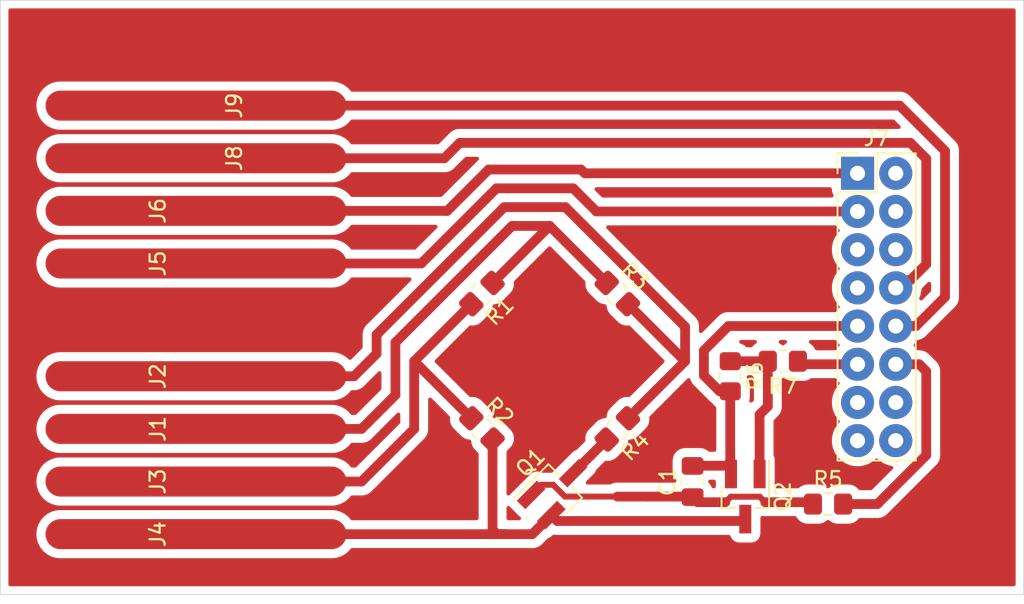
<source format=kicad_pcb>
(kicad_pcb (version 20171130) (host pcbnew 5.1.8+dfsg1-1+b1)

  (general
    (thickness 1.6)
    (drawings 4)
    (tracks 91)
    (zones 0)
    (modules 19)
    (nets 24)
  )

  (page A4)
  (layers
    (0 F.Cu signal)
    (31 B.Cu signal)
    (33 F.Adhes user)
    (35 F.Paste user)
    (37 F.SilkS user)
    (38 B.Mask user)
    (39 F.Mask user)
    (40 Dwgs.User user)
    (41 Cmts.User user)
    (42 Eco1.User user)
    (43 Eco2.User user)
    (44 Edge.Cuts user)
    (45 Margin user)
    (46 B.CrtYd user)
    (47 F.CrtYd user)
    (49 F.Fab user)
  )

  (setup
    (last_trace_width 0.65)
    (user_trace_width 0.4)
    (trace_clearance 0.6)
    (zone_clearance 0.508)
    (zone_45_only no)
    (trace_min 0.2)
    (via_size 0.8)
    (via_drill 0.4)
    (via_min_size 0.4)
    (via_min_drill 0.3)
    (uvia_size 0.3)
    (uvia_drill 0.1)
    (uvias_allowed no)
    (uvia_min_size 0.2)
    (uvia_min_drill 0.1)
    (edge_width 0.05)
    (segment_width 0.2)
    (pcb_text_width 0.3)
    (pcb_text_size 1.5 1.5)
    (mod_edge_width 0.12)
    (mod_text_size 1 1)
    (mod_text_width 0.15)
    (pad_size 1.524 1.524)
    (pad_drill 0.762)
    (pad_to_mask_clearance 0)
    (aux_axis_origin 0 0)
    (visible_elements FFFFFF7F)
    (pcbplotparams
      (layerselection 0x00000_7fffffff)
      (usegerberextensions false)
      (usegerberattributes true)
      (usegerberadvancedattributes true)
      (creategerberjobfile true)
      (excludeedgelayer true)
      (linewidth 0.100000)
      (plotframeref false)
      (viasonmask false)
      (mode 1)
      (useauxorigin false)
      (hpglpennumber 1)
      (hpglpenspeed 20)
      (hpglpendiameter 15.000000)
      (psnegative false)
      (psa4output false)
      (plotreference true)
      (plotvalue true)
      (plotinvisibletext false)
      (padsonsilk false)
      (subtractmaskfromsilk false)
      (outputformat 5)
      (mirror false)
      (drillshape 1)
      (scaleselection 1)
      (outputdirectory ""))
  )

  (net 0 "")
  (net 1 GND)
  (net 2 RPI_PWM)
  (net 3 +3V3)
  (net 4 APOS)
  (net 5 ANEG)
  (net 6 SWGND)
  (net 7 /BOOTMODE)
  (net 8 "Net-(J6-Pad1)")
  (net 9 "Net-(J7-Pad16)")
  (net 10 "Net-(J7-Pad15)")
  (net 11 "Net-(J7-Pad14)")
  (net 12 "Net-(J7-Pad13)")
  (net 13 "Net-(J7-Pad11)")
  (net 14 /RXD)
  (net 15 /TXD)
  (net 16 "Net-(J7-Pad7)")
  (net 17 "Net-(J7-Pad6)")
  (net 18 "Net-(J7-Pad5)")
  (net 19 "Net-(J7-Pad4)")
  (net 20 "Net-(J7-Pad2)")
  (net 21 "Net-(Q1-Pad3)")
  (net 22 "Net-(Q2-Pad1)")
  (net 23 "Net-(C1-Pad1)")

  (net_class Default "This is the default net class."
    (clearance 0.6)
    (trace_width 0.65)
    (via_dia 0.8)
    (via_drill 0.4)
    (uvia_dia 0.3)
    (uvia_drill 0.1)
    (add_net +3V3)
    (add_net /BOOTMODE)
    (add_net /RXD)
    (add_net /TXD)
    (add_net ANEG)
    (add_net APOS)
    (add_net GND)
    (add_net "Net-(C1-Pad1)")
    (add_net "Net-(J6-Pad1)")
    (add_net "Net-(J7-Pad11)")
    (add_net "Net-(J7-Pad13)")
    (add_net "Net-(J7-Pad14)")
    (add_net "Net-(J7-Pad15)")
    (add_net "Net-(J7-Pad16)")
    (add_net "Net-(J7-Pad2)")
    (add_net "Net-(J7-Pad4)")
    (add_net "Net-(J7-Pad5)")
    (add_net "Net-(J7-Pad6)")
    (add_net "Net-(J7-Pad7)")
    (add_net "Net-(Q1-Pad3)")
    (add_net "Net-(Q2-Pad1)")
    (add_net RPI_PWM)
    (add_net SWGND)
  )

  (module industrialscale-testing-hardware:SolderWirePad_1x01_SMD_2x20mm (layer F.Cu) (tedit 604D4136) (tstamp 604D9911)
    (at 110.5 53.5 270)
    (descr "Wire Pad, Square, SMD Pad,  5mm x 10mm,")
    (tags "MesurementPoint Square SMDPad 5mmx10mm ")
    (path /608458D7)
    (attr virtual)
    (fp_text reference J9 (at 0 -2.54 90) (layer F.SilkS)
      (effects (font (size 1 1) (thickness 0.15)))
    )
    (fp_text value Conn_01x01 (at 0 2.54 90) (layer F.Fab)
      (effects (font (size 1 1) (thickness 0.15)))
    )
    (fp_text user %R (at 0 0 90) (layer F.Fab)
      (effects (font (size 1 1) (thickness 0.15)))
    )
    (fp_line (start 0.63 -1.27) (end -0.63 -1.27) (layer F.CrtYd) (width 0.05))
    (fp_line (start 0.63 1.27) (end 0.63 -1.27) (layer F.CrtYd) (width 0.05))
    (fp_line (start -0.63 1.27) (end 0.63 1.27) (layer F.CrtYd) (width 0.05))
    (fp_line (start -0.63 -1.27) (end -0.63 1.27) (layer F.CrtYd) (width 0.05))
    (fp_line (start -0.63 -1.27) (end 0.63 -1.27) (layer F.Fab) (width 0.1))
    (fp_line (start 0.63 -1.27) (end 0.63 1.27) (layer F.Fab) (width 0.1))
    (fp_line (start 0.63 1.27) (end -0.63 1.27) (layer F.Fab) (width 0.1))
    (fp_line (start -0.63 1.27) (end -0.63 -1.27) (layer F.Fab) (width 0.1))
    (pad 1 smd oval (at 0 0 270) (size 2 20) (layers F.Cu F.Paste F.Mask)
      (net 14 /RXD))
  )

  (module industrialscale-testing-hardware:SolderWirePad_1x01_SMD_2x20mm (layer F.Cu) (tedit 604D4136) (tstamp 604D9903)
    (at 110.5 57 270)
    (descr "Wire Pad, Square, SMD Pad,  5mm x 10mm,")
    (tags "MesurementPoint Square SMDPad 5mmx10mm ")
    (path /60844CFD)
    (attr virtual)
    (fp_text reference J8 (at 0 -2.54 90) (layer F.SilkS)
      (effects (font (size 1 1) (thickness 0.15)))
    )
    (fp_text value Conn_01x01 (at 0 2.54 90) (layer F.Fab)
      (effects (font (size 1 1) (thickness 0.15)))
    )
    (fp_line (start -0.63 1.27) (end -0.63 -1.27) (layer F.Fab) (width 0.1))
    (fp_line (start 0.63 1.27) (end -0.63 1.27) (layer F.Fab) (width 0.1))
    (fp_line (start 0.63 -1.27) (end 0.63 1.27) (layer F.Fab) (width 0.1))
    (fp_line (start -0.63 -1.27) (end 0.63 -1.27) (layer F.Fab) (width 0.1))
    (fp_line (start -0.63 -1.27) (end -0.63 1.27) (layer F.CrtYd) (width 0.05))
    (fp_line (start -0.63 1.27) (end 0.63 1.27) (layer F.CrtYd) (width 0.05))
    (fp_line (start 0.63 1.27) (end 0.63 -1.27) (layer F.CrtYd) (width 0.05))
    (fp_line (start 0.63 -1.27) (end -0.63 -1.27) (layer F.CrtYd) (width 0.05))
    (fp_text user %R (at 0 0 90) (layer F.Fab)
      (effects (font (size 1 1) (thickness 0.15)))
    )
    (pad 1 smd oval (at 0 0 270) (size 2 20) (layers F.Cu F.Paste F.Mask)
      (net 15 /TXD))
  )

  (module industrialscale-testing-hardware:SolderWirePad_1x01_SMD_2x20mm (layer F.Cu) (tedit 604D4136) (tstamp 604D98CF)
    (at 110.5 60.5 90)
    (descr "Wire Pad, Square, SMD Pad,  5mm x 10mm,")
    (tags "MesurementPoint Square SMDPad 5mmx10mm ")
    (path /608595EA)
    (attr virtual)
    (fp_text reference J6 (at 0 -2.54 90) (layer F.SilkS)
      (effects (font (size 1 1) (thickness 0.15)))
    )
    (fp_text value Conn_01x01 (at 0 2.54 90) (layer F.Fab)
      (effects (font (size 1 1) (thickness 0.15)))
    )
    (fp_line (start -0.63 1.27) (end -0.63 -1.27) (layer F.Fab) (width 0.1))
    (fp_line (start 0.63 1.27) (end -0.63 1.27) (layer F.Fab) (width 0.1))
    (fp_line (start 0.63 -1.27) (end 0.63 1.27) (layer F.Fab) (width 0.1))
    (fp_line (start -0.63 -1.27) (end 0.63 -1.27) (layer F.Fab) (width 0.1))
    (fp_line (start -0.63 -1.27) (end -0.63 1.27) (layer F.CrtYd) (width 0.05))
    (fp_line (start -0.63 1.27) (end 0.63 1.27) (layer F.CrtYd) (width 0.05))
    (fp_line (start 0.63 1.27) (end 0.63 -1.27) (layer F.CrtYd) (width 0.05))
    (fp_line (start 0.63 -1.27) (end -0.63 -1.27) (layer F.CrtYd) (width 0.05))
    (fp_text user %R (at 0 0 90) (layer F.Fab)
      (effects (font (size 1 1) (thickness 0.15)))
    )
    (pad 1 smd oval (at 0 0 90) (size 2 20) (layers F.Cu F.Paste F.Mask)
      (net 8 "Net-(J6-Pad1)"))
  )

  (module industrialscale-testing-hardware:SolderWirePad_1x01_SMD_2x20mm (layer F.Cu) (tedit 604D4136) (tstamp 604D98C1)
    (at 110.5 64 90)
    (descr "Wire Pad, Square, SMD Pad,  5mm x 10mm,")
    (tags "MesurementPoint Square SMDPad 5mmx10mm ")
    (path /6084408B)
    (attr virtual)
    (fp_text reference J5 (at 0 -2.54 90) (layer F.SilkS)
      (effects (font (size 1 1) (thickness 0.15)))
    )
    (fp_text value Conn_01x01 (at 0 2.54 90) (layer F.Fab)
      (effects (font (size 1 1) (thickness 0.15)))
    )
    (fp_text user %R (at 0 0 90) (layer F.Fab)
      (effects (font (size 1 1) (thickness 0.15)))
    )
    (fp_line (start 0.63 -1.27) (end -0.63 -1.27) (layer F.CrtYd) (width 0.05))
    (fp_line (start 0.63 1.27) (end 0.63 -1.27) (layer F.CrtYd) (width 0.05))
    (fp_line (start -0.63 1.27) (end 0.63 1.27) (layer F.CrtYd) (width 0.05))
    (fp_line (start -0.63 -1.27) (end -0.63 1.27) (layer F.CrtYd) (width 0.05))
    (fp_line (start -0.63 -1.27) (end 0.63 -1.27) (layer F.Fab) (width 0.1))
    (fp_line (start 0.63 -1.27) (end 0.63 1.27) (layer F.Fab) (width 0.1))
    (fp_line (start 0.63 1.27) (end -0.63 1.27) (layer F.Fab) (width 0.1))
    (fp_line (start -0.63 1.27) (end -0.63 -1.27) (layer F.Fab) (width 0.1))
    (pad 1 smd oval (at 0 0 90) (size 2 20) (layers F.Cu F.Paste F.Mask)
      (net 7 /BOOTMODE))
  )

  (module industrialscale-testing-hardware:SolderWirePad_1x01_SMD_2x20mm (layer F.Cu) (tedit 604D4136) (tstamp 604D98B3)
    (at 110.5 82 90)
    (descr "Wire Pad, Square, SMD Pad,  5mm x 10mm,")
    (tags "MesurementPoint Square SMDPad 5mmx10mm ")
    (path /608397B3)
    (attr virtual)
    (fp_text reference J4 (at 0 -2.54 90) (layer F.SilkS)
      (effects (font (size 1 1) (thickness 0.15)))
    )
    (fp_text value Conn_01x01 (at 0 2.54 90) (layer F.Fab)
      (effects (font (size 1 1) (thickness 0.15)))
    )
    (fp_text user %R (at 0 0 90) (layer F.Fab)
      (effects (font (size 1 1) (thickness 0.15)))
    )
    (fp_line (start 0.63 -1.27) (end -0.63 -1.27) (layer F.CrtYd) (width 0.05))
    (fp_line (start 0.63 1.27) (end 0.63 -1.27) (layer F.CrtYd) (width 0.05))
    (fp_line (start -0.63 1.27) (end 0.63 1.27) (layer F.CrtYd) (width 0.05))
    (fp_line (start -0.63 -1.27) (end -0.63 1.27) (layer F.CrtYd) (width 0.05))
    (fp_line (start -0.63 -1.27) (end 0.63 -1.27) (layer F.Fab) (width 0.1))
    (fp_line (start 0.63 -1.27) (end 0.63 1.27) (layer F.Fab) (width 0.1))
    (fp_line (start 0.63 1.27) (end -0.63 1.27) (layer F.Fab) (width 0.1))
    (fp_line (start -0.63 1.27) (end -0.63 -1.27) (layer F.Fab) (width 0.1))
    (pad 1 smd oval (at 0 0 90) (size 2 20) (layers F.Cu F.Paste F.Mask)
      (net 6 SWGND))
  )

  (module industrialscale-testing-hardware:SolderWirePad_1x01_SMD_2x20mm (layer F.Cu) (tedit 604D4136) (tstamp 604D98A5)
    (at 110.5 78.5 90)
    (descr "Wire Pad, Square, SMD Pad,  5mm x 10mm,")
    (tags "MesurementPoint Square SMDPad 5mmx10mm ")
    (path /604ED2DF)
    (attr virtual)
    (fp_text reference J3 (at 0 -2.54 90) (layer F.SilkS)
      (effects (font (size 1 1) (thickness 0.15)))
    )
    (fp_text value Conn_01x01 (at 0 2.54 90) (layer F.Fab)
      (effects (font (size 1 1) (thickness 0.15)))
    )
    (fp_text user %R (at 0 0 90) (layer F.Fab)
      (effects (font (size 1 1) (thickness 0.15)))
    )
    (fp_line (start 0.63 -1.27) (end -0.63 -1.27) (layer F.CrtYd) (width 0.05))
    (fp_line (start 0.63 1.27) (end 0.63 -1.27) (layer F.CrtYd) (width 0.05))
    (fp_line (start -0.63 1.27) (end 0.63 1.27) (layer F.CrtYd) (width 0.05))
    (fp_line (start -0.63 -1.27) (end -0.63 1.27) (layer F.CrtYd) (width 0.05))
    (fp_line (start -0.63 -1.27) (end 0.63 -1.27) (layer F.Fab) (width 0.1))
    (fp_line (start 0.63 -1.27) (end 0.63 1.27) (layer F.Fab) (width 0.1))
    (fp_line (start 0.63 1.27) (end -0.63 1.27) (layer F.Fab) (width 0.1))
    (fp_line (start -0.63 1.27) (end -0.63 -1.27) (layer F.Fab) (width 0.1))
    (pad 1 smd oval (at 0 0 90) (size 2 20) (layers F.Cu F.Paste F.Mask)
      (net 5 ANEG))
  )

  (module industrialscale-testing-hardware:SolderWirePad_1x01_SMD_2x20mm (layer F.Cu) (tedit 604D4136) (tstamp 604D9897)
    (at 110.5 71.5 90)
    (descr "Wire Pad, Square, SMD Pad,  5mm x 10mm,")
    (tags "MesurementPoint Square SMDPad 5mmx10mm ")
    (path /604E4B1F)
    (attr virtual)
    (fp_text reference J2 (at 0 -2.54 90) (layer F.SilkS)
      (effects (font (size 1 1) (thickness 0.15)))
    )
    (fp_text value Conn_01x01 (at 0 2.54 90) (layer F.Fab)
      (effects (font (size 1 1) (thickness 0.15)))
    )
    (fp_text user %R (at 0 0 90) (layer F.Fab)
      (effects (font (size 1 1) (thickness 0.15)))
    )
    (fp_line (start 0.63 -1.27) (end -0.63 -1.27) (layer F.CrtYd) (width 0.05))
    (fp_line (start 0.63 1.27) (end 0.63 -1.27) (layer F.CrtYd) (width 0.05))
    (fp_line (start -0.63 1.27) (end 0.63 1.27) (layer F.CrtYd) (width 0.05))
    (fp_line (start -0.63 -1.27) (end -0.63 1.27) (layer F.CrtYd) (width 0.05))
    (fp_line (start -0.63 -1.27) (end 0.63 -1.27) (layer F.Fab) (width 0.1))
    (fp_line (start 0.63 -1.27) (end 0.63 1.27) (layer F.Fab) (width 0.1))
    (fp_line (start 0.63 1.27) (end -0.63 1.27) (layer F.Fab) (width 0.1))
    (fp_line (start -0.63 1.27) (end -0.63 -1.27) (layer F.Fab) (width 0.1))
    (pad 1 smd oval (at 0 0 90) (size 2 20) (layers F.Cu F.Paste F.Mask)
      (net 4 APOS))
  )

  (module industrialscale-testing-hardware:SolderWirePad_1x01_SMD_2x20mm (layer F.Cu) (tedit 604D4136) (tstamp 604D9889)
    (at 110.5 75 90)
    (descr "Wire Pad, Square, SMD Pad,  5mm x 10mm,")
    (tags "MesurementPoint Square SMDPad 5mmx10mm ")
    (path /604EDCFD)
    (attr virtual)
    (fp_text reference J1 (at 0 -2.54 90) (layer F.SilkS)
      (effects (font (size 1 1) (thickness 0.15)))
    )
    (fp_text value Conn_01x01 (at 0 2.54 90) (layer F.Fab)
      (effects (font (size 1 1) (thickness 0.15)))
    )
    (fp_text user %R (at 0 0 90) (layer F.Fab)
      (effects (font (size 1 1) (thickness 0.15)))
    )
    (fp_line (start 0.63 -1.27) (end -0.63 -1.27) (layer F.CrtYd) (width 0.05))
    (fp_line (start 0.63 1.27) (end 0.63 -1.27) (layer F.CrtYd) (width 0.05))
    (fp_line (start -0.63 1.27) (end 0.63 1.27) (layer F.CrtYd) (width 0.05))
    (fp_line (start -0.63 -1.27) (end -0.63 1.27) (layer F.CrtYd) (width 0.05))
    (fp_line (start -0.63 -1.27) (end 0.63 -1.27) (layer F.Fab) (width 0.1))
    (fp_line (start 0.63 -1.27) (end 0.63 1.27) (layer F.Fab) (width 0.1))
    (fp_line (start 0.63 1.27) (end -0.63 1.27) (layer F.Fab) (width 0.1))
    (fp_line (start -0.63 1.27) (end -0.63 -1.27) (layer F.Fab) (width 0.1))
    (pad 1 smd oval (at 0 0 90) (size 2 20) (layers F.Cu F.Paste F.Mask)
      (net 3 +3V3))
  )

  (module Resistor_SMD:R_0805_2012Metric_Pad1.20x1.40mm_HandSolder (layer F.Cu) (tedit 5F68FEEE) (tstamp 604D99B2)
    (at 149.5 70.5 180)
    (descr "Resistor SMD 0805 (2012 Metric), square (rectangular) end terminal, IPC_7351 nominal with elongated pad for handsoldering. (Body size source: IPC-SM-782 page 72, https://www.pcb-3d.com/wordpress/wp-content/uploads/ipc-sm-782a_amendment_1_and_2.pdf), generated with kicad-footprint-generator")
    (tags "resistor handsolder")
    (path /60652307)
    (attr smd)
    (fp_text reference R7 (at 0 -1.65) (layer F.SilkS)
      (effects (font (size 1 1) (thickness 0.15)))
    )
    (fp_text value 100K (at 0 1.65) (layer F.Fab)
      (effects (font (size 1 1) (thickness 0.15)))
    )
    (fp_line (start -1 0.625) (end -1 -0.625) (layer F.Fab) (width 0.1))
    (fp_line (start -1 -0.625) (end 1 -0.625) (layer F.Fab) (width 0.1))
    (fp_line (start 1 -0.625) (end 1 0.625) (layer F.Fab) (width 0.1))
    (fp_line (start 1 0.625) (end -1 0.625) (layer F.Fab) (width 0.1))
    (fp_line (start -0.227064 -0.735) (end 0.227064 -0.735) (layer F.SilkS) (width 0.12))
    (fp_line (start -0.227064 0.735) (end 0.227064 0.735) (layer F.SilkS) (width 0.12))
    (fp_line (start -1.85 0.95) (end -1.85 -0.95) (layer F.CrtYd) (width 0.05))
    (fp_line (start -1.85 -0.95) (end 1.85 -0.95) (layer F.CrtYd) (width 0.05))
    (fp_line (start 1.85 -0.95) (end 1.85 0.95) (layer F.CrtYd) (width 0.05))
    (fp_line (start 1.85 0.95) (end -1.85 0.95) (layer F.CrtYd) (width 0.05))
    (fp_text user %R (at 0 0) (layer F.Fab)
      (effects (font (size 0.5 0.5) (thickness 0.08)))
    )
    (pad 2 smd roundrect (at 1 0 180) (size 1.2 1.4) (layers F.Cu F.Paste F.Mask) (roundrect_rratio 0.2083325)
      (net 22 "Net-(Q2-Pad1)"))
    (pad 1 smd roundrect (at -1 0 180) (size 1.2 1.4) (layers F.Cu F.Paste F.Mask) (roundrect_rratio 0.2083325)
      (net 13 "Net-(J7-Pad11)"))
    (model ${KISYS3DMOD}/Resistor_SMD.3dshapes/R_0805_2012Metric.wrl
      (at (xyz 0 0 0))
      (scale (xyz 1 1 1))
      (rotate (xyz 0 0 0))
    )
  )

  (module Resistor_SMD:R_0805_2012Metric_Pad1.20x1.40mm_HandSolder (layer F.Cu) (tedit 5F68FEEE) (tstamp 604D99A1)
    (at 146 71.5 270)
    (descr "Resistor SMD 0805 (2012 Metric), square (rectangular) end terminal, IPC_7351 nominal with elongated pad for handsoldering. (Body size source: IPC-SM-782 page 72, https://www.pcb-3d.com/wordpress/wp-content/uploads/ipc-sm-782a_amendment_1_and_2.pdf), generated with kicad-footprint-generator")
    (tags "resistor handsolder")
    (path /6064E69D)
    (attr smd)
    (fp_text reference R6 (at 0 -1.65 90) (layer F.SilkS)
      (effects (font (size 1 1) (thickness 0.15)))
    )
    (fp_text value 1M (at 0 1.65 90) (layer F.Fab)
      (effects (font (size 1 1) (thickness 0.15)))
    )
    (fp_line (start -1 0.625) (end -1 -0.625) (layer F.Fab) (width 0.1))
    (fp_line (start -1 -0.625) (end 1 -0.625) (layer F.Fab) (width 0.1))
    (fp_line (start 1 -0.625) (end 1 0.625) (layer F.Fab) (width 0.1))
    (fp_line (start 1 0.625) (end -1 0.625) (layer F.Fab) (width 0.1))
    (fp_line (start -0.227064 -0.735) (end 0.227064 -0.735) (layer F.SilkS) (width 0.12))
    (fp_line (start -0.227064 0.735) (end 0.227064 0.735) (layer F.SilkS) (width 0.12))
    (fp_line (start -1.85 0.95) (end -1.85 -0.95) (layer F.CrtYd) (width 0.05))
    (fp_line (start -1.85 -0.95) (end 1.85 -0.95) (layer F.CrtYd) (width 0.05))
    (fp_line (start 1.85 -0.95) (end 1.85 0.95) (layer F.CrtYd) (width 0.05))
    (fp_line (start 1.85 0.95) (end -1.85 0.95) (layer F.CrtYd) (width 0.05))
    (fp_text user %R (at 0 0 90) (layer F.Fab)
      (effects (font (size 0.5 0.5) (thickness 0.08)))
    )
    (pad 2 smd roundrect (at 1 0 270) (size 1.2 1.4) (layers F.Cu F.Paste F.Mask) (roundrect_rratio 0.2083325)
      (net 1 GND))
    (pad 1 smd roundrect (at -1 0 270) (size 1.2 1.4) (layers F.Cu F.Paste F.Mask) (roundrect_rratio 0.2083325)
      (net 22 "Net-(Q2-Pad1)"))
    (model ${KISYS3DMOD}/Resistor_SMD.3dshapes/R_0805_2012Metric.wrl
      (at (xyz 0 0 0))
      (scale (xyz 1 1 1))
      (rotate (xyz 0 0 0))
    )
  )

  (module Resistor_SMD:R_0805_2012Metric_Pad1.20x1.40mm_HandSolder (layer F.Cu) (tedit 5F68FEEE) (tstamp 604D9990)
    (at 152.5 80)
    (descr "Resistor SMD 0805 (2012 Metric), square (rectangular) end terminal, IPC_7351 nominal with elongated pad for handsoldering. (Body size source: IPC-SM-782 page 72, https://www.pcb-3d.com/wordpress/wp-content/uploads/ipc-sm-782a_amendment_1_and_2.pdf), generated with kicad-footprint-generator")
    (tags "resistor handsolder")
    (path /60523BE7)
    (attr smd)
    (fp_text reference R5 (at 0 -1.65) (layer F.SilkS)
      (effects (font (size 1 1) (thickness 0.15)))
    )
    (fp_text value 7k5 (at 0 1.65) (layer F.Fab)
      (effects (font (size 1 1) (thickness 0.15)))
    )
    (fp_line (start -1 0.625) (end -1 -0.625) (layer F.Fab) (width 0.1))
    (fp_line (start -1 -0.625) (end 1 -0.625) (layer F.Fab) (width 0.1))
    (fp_line (start 1 -0.625) (end 1 0.625) (layer F.Fab) (width 0.1))
    (fp_line (start 1 0.625) (end -1 0.625) (layer F.Fab) (width 0.1))
    (fp_line (start -0.227064 -0.735) (end 0.227064 -0.735) (layer F.SilkS) (width 0.12))
    (fp_line (start -0.227064 0.735) (end 0.227064 0.735) (layer F.SilkS) (width 0.12))
    (fp_line (start -1.85 0.95) (end -1.85 -0.95) (layer F.CrtYd) (width 0.05))
    (fp_line (start -1.85 -0.95) (end 1.85 -0.95) (layer F.CrtYd) (width 0.05))
    (fp_line (start 1.85 -0.95) (end 1.85 0.95) (layer F.CrtYd) (width 0.05))
    (fp_line (start 1.85 0.95) (end -1.85 0.95) (layer F.CrtYd) (width 0.05))
    (fp_text user %R (at 0 0) (layer F.Fab)
      (effects (font (size 0.5 0.5) (thickness 0.08)))
    )
    (pad 2 smd roundrect (at 1 0) (size 1.2 1.4) (layers F.Cu F.Paste F.Mask) (roundrect_rratio 0.2083325)
      (net 2 RPI_PWM))
    (pad 1 smd roundrect (at -1 0) (size 1.2 1.4) (layers F.Cu F.Paste F.Mask) (roundrect_rratio 0.2083325)
      (net 23 "Net-(C1-Pad1)"))
    (model ${KISYS3DMOD}/Resistor_SMD.3dshapes/R_0805_2012Metric.wrl
      (at (xyz 0 0 0))
      (scale (xyz 1 1 1))
      (rotate (xyz 0 0 0))
    )
  )

  (module Resistor_SMD:R_0805_2012Metric_Pad1.20x1.40mm_HandSolder (layer F.Cu) (tedit 5F68FEEE) (tstamp 604DD272)
    (at 138.5 75 225)
    (descr "Resistor SMD 0805 (2012 Metric), square (rectangular) end terminal, IPC_7351 nominal with elongated pad for handsoldering. (Body size source: IPC-SM-782 page 72, https://www.pcb-3d.com/wordpress/wp-content/uploads/ipc-sm-782a_amendment_1_and_2.pdf), generated with kicad-footprint-generator")
    (tags "resistor handsolder")
    (path /604F6F84)
    (attr smd)
    (fp_text reference R4 (at 0 -1.65 45) (layer F.SilkS)
      (effects (font (size 1 1) (thickness 0.15)))
    )
    (fp_text value 220R (at 0 1.65 45) (layer F.Fab)
      (effects (font (size 1 1) (thickness 0.15)))
    )
    (fp_text user %R (at 0 0 45) (layer F.Fab)
      (effects (font (size 0.5 0.5) (thickness 0.08)))
    )
    (fp_line (start 1.85 0.95) (end -1.85 0.95) (layer F.CrtYd) (width 0.05))
    (fp_line (start 1.85 -0.95) (end 1.85 0.95) (layer F.CrtYd) (width 0.05))
    (fp_line (start -1.85 -0.95) (end 1.85 -0.95) (layer F.CrtYd) (width 0.05))
    (fp_line (start -1.85 0.95) (end -1.85 -0.95) (layer F.CrtYd) (width 0.05))
    (fp_line (start -0.227064 0.735) (end 0.227064 0.735) (layer F.SilkS) (width 0.12))
    (fp_line (start -0.227064 -0.735) (end 0.227064 -0.735) (layer F.SilkS) (width 0.12))
    (fp_line (start 1 0.625) (end -1 0.625) (layer F.Fab) (width 0.1))
    (fp_line (start 1 -0.625) (end 1 0.625) (layer F.Fab) (width 0.1))
    (fp_line (start -1 -0.625) (end 1 -0.625) (layer F.Fab) (width 0.1))
    (fp_line (start -1 0.625) (end -1 -0.625) (layer F.Fab) (width 0.1))
    (pad 1 smd roundrect (at -1 0 225) (size 1.2 1.4) (layers F.Cu F.Paste F.Mask) (roundrect_rratio 0.2083325)
      (net 4 APOS))
    (pad 2 smd roundrect (at 1 0 225) (size 1.2 1.4) (layers F.Cu F.Paste F.Mask) (roundrect_rratio 0.2083325)
      (net 21 "Net-(Q1-Pad3)"))
    (model ${KISYS3DMOD}/Resistor_SMD.3dshapes/R_0805_2012Metric.wrl
      (at (xyz 0 0 0))
      (scale (xyz 1 1 1))
      (rotate (xyz 0 0 0))
    )
  )

  (module Resistor_SMD:R_0805_2012Metric_Pad1.20x1.40mm_HandSolder (layer F.Cu) (tedit 5F68FEEE) (tstamp 604DD242)
    (at 138.5 66 315)
    (descr "Resistor SMD 0805 (2012 Metric), square (rectangular) end terminal, IPC_7351 nominal with elongated pad for handsoldering. (Body size source: IPC-SM-782 page 72, https://www.pcb-3d.com/wordpress/wp-content/uploads/ipc-sm-782a_amendment_1_and_2.pdf), generated with kicad-footprint-generator")
    (tags "resistor handsolder")
    (path /604CEB0F)
    (attr smd)
    (fp_text reference R3 (at 0 -1.65 135) (layer F.SilkS)
      (effects (font (size 1 1) (thickness 0.15)))
    )
    (fp_text value 220R (at 0 1.65 135) (layer F.Fab)
      (effects (font (size 1 1) (thickness 0.15)))
    )
    (fp_text user %R (at 0 0 135) (layer F.Fab)
      (effects (font (size 0.5 0.5) (thickness 0.08)))
    )
    (fp_line (start 1.85 0.95) (end -1.85 0.95) (layer F.CrtYd) (width 0.05))
    (fp_line (start 1.85 -0.95) (end 1.85 0.95) (layer F.CrtYd) (width 0.05))
    (fp_line (start -1.85 -0.95) (end 1.85 -0.95) (layer F.CrtYd) (width 0.05))
    (fp_line (start -1.85 0.95) (end -1.85 -0.95) (layer F.CrtYd) (width 0.05))
    (fp_line (start -0.227064 0.735) (end 0.227064 0.735) (layer F.SilkS) (width 0.12))
    (fp_line (start -0.227064 -0.735) (end 0.227064 -0.735) (layer F.SilkS) (width 0.12))
    (fp_line (start 1 0.625) (end -1 0.625) (layer F.Fab) (width 0.1))
    (fp_line (start 1 -0.625) (end 1 0.625) (layer F.Fab) (width 0.1))
    (fp_line (start -1 -0.625) (end 1 -0.625) (layer F.Fab) (width 0.1))
    (fp_line (start -1 0.625) (end -1 -0.625) (layer F.Fab) (width 0.1))
    (pad 1 smd roundrect (at -1 0 315) (size 1.2 1.4) (layers F.Cu F.Paste F.Mask) (roundrect_rratio 0.2083325)
      (net 3 +3V3))
    (pad 2 smd roundrect (at 1 0 315) (size 1.2 1.4) (layers F.Cu F.Paste F.Mask) (roundrect_rratio 0.2083325)
      (net 4 APOS))
    (model ${KISYS3DMOD}/Resistor_SMD.3dshapes/R_0805_2012Metric.wrl
      (at (xyz 0 0 0))
      (scale (xyz 1 1 1))
      (rotate (xyz 0 0 0))
    )
  )

  (module Resistor_SMD:R_0805_2012Metric_Pad1.20x1.40mm_HandSolder (layer F.Cu) (tedit 5F68FEEE) (tstamp 604DD212)
    (at 129.5 75 315)
    (descr "Resistor SMD 0805 (2012 Metric), square (rectangular) end terminal, IPC_7351 nominal with elongated pad for handsoldering. (Body size source: IPC-SM-782 page 72, https://www.pcb-3d.com/wordpress/wp-content/uploads/ipc-sm-782a_amendment_1_and_2.pdf), generated with kicad-footprint-generator")
    (tags "resistor handsolder")
    (path /604E394D)
    (attr smd)
    (fp_text reference R2 (at 0 -1.65 135) (layer F.SilkS)
      (effects (font (size 1 1) (thickness 0.15)))
    )
    (fp_text value 220R (at 0 1.65 135) (layer F.Fab)
      (effects (font (size 1 1) (thickness 0.15)))
    )
    (fp_text user %R (at 0 0 135) (layer F.Fab)
      (effects (font (size 0.5 0.5) (thickness 0.08)))
    )
    (fp_line (start 1.85 0.95) (end -1.85 0.95) (layer F.CrtYd) (width 0.05))
    (fp_line (start 1.85 -0.95) (end 1.85 0.95) (layer F.CrtYd) (width 0.05))
    (fp_line (start -1.85 -0.95) (end 1.85 -0.95) (layer F.CrtYd) (width 0.05))
    (fp_line (start -1.85 0.95) (end -1.85 -0.95) (layer F.CrtYd) (width 0.05))
    (fp_line (start -0.227064 0.735) (end 0.227064 0.735) (layer F.SilkS) (width 0.12))
    (fp_line (start -0.227064 -0.735) (end 0.227064 -0.735) (layer F.SilkS) (width 0.12))
    (fp_line (start 1 0.625) (end -1 0.625) (layer F.Fab) (width 0.1))
    (fp_line (start 1 -0.625) (end 1 0.625) (layer F.Fab) (width 0.1))
    (fp_line (start -1 -0.625) (end 1 -0.625) (layer F.Fab) (width 0.1))
    (fp_line (start -1 0.625) (end -1 -0.625) (layer F.Fab) (width 0.1))
    (pad 1 smd roundrect (at -1 0 315) (size 1.2 1.4) (layers F.Cu F.Paste F.Mask) (roundrect_rratio 0.2083325)
      (net 5 ANEG))
    (pad 2 smd roundrect (at 1 0 315) (size 1.2 1.4) (layers F.Cu F.Paste F.Mask) (roundrect_rratio 0.2083325)
      (net 6 SWGND))
    (model ${KISYS3DMOD}/Resistor_SMD.3dshapes/R_0805_2012Metric.wrl
      (at (xyz 0 0 0))
      (scale (xyz 1 1 1))
      (rotate (xyz 0 0 0))
    )
  )

  (module Resistor_SMD:R_0805_2012Metric_Pad1.20x1.40mm_HandSolder (layer F.Cu) (tedit 5F68FEEE) (tstamp 604DD1E2)
    (at 129.5 66 225)
    (descr "Resistor SMD 0805 (2012 Metric), square (rectangular) end terminal, IPC_7351 nominal with elongated pad for handsoldering. (Body size source: IPC-SM-782 page 72, https://www.pcb-3d.com/wordpress/wp-content/uploads/ipc-sm-782a_amendment_1_and_2.pdf), generated with kicad-footprint-generator")
    (tags "resistor handsolder")
    (path /604D1825)
    (attr smd)
    (fp_text reference R1 (at 0 -1.65 45) (layer F.SilkS)
      (effects (font (size 1 1) (thickness 0.15)))
    )
    (fp_text value 220R (at 0 1.65 45) (layer F.Fab)
      (effects (font (size 1 1) (thickness 0.15)))
    )
    (fp_text user %R (at 0 0 45) (layer F.Fab)
      (effects (font (size 0.5 0.5) (thickness 0.08)))
    )
    (fp_line (start 1.85 0.95) (end -1.85 0.95) (layer F.CrtYd) (width 0.05))
    (fp_line (start 1.85 -0.95) (end 1.85 0.95) (layer F.CrtYd) (width 0.05))
    (fp_line (start -1.85 -0.95) (end 1.85 -0.95) (layer F.CrtYd) (width 0.05))
    (fp_line (start -1.85 0.95) (end -1.85 -0.95) (layer F.CrtYd) (width 0.05))
    (fp_line (start -0.227064 0.735) (end 0.227064 0.735) (layer F.SilkS) (width 0.12))
    (fp_line (start -0.227064 -0.735) (end 0.227064 -0.735) (layer F.SilkS) (width 0.12))
    (fp_line (start 1 0.625) (end -1 0.625) (layer F.Fab) (width 0.1))
    (fp_line (start 1 -0.625) (end 1 0.625) (layer F.Fab) (width 0.1))
    (fp_line (start -1 -0.625) (end 1 -0.625) (layer F.Fab) (width 0.1))
    (fp_line (start -1 0.625) (end -1 -0.625) (layer F.Fab) (width 0.1))
    (pad 1 smd roundrect (at -1 0 225) (size 1.2 1.4) (layers F.Cu F.Paste F.Mask) (roundrect_rratio 0.2083325)
      (net 3 +3V3))
    (pad 2 smd roundrect (at 1 0 225) (size 1.2 1.4) (layers F.Cu F.Paste F.Mask) (roundrect_rratio 0.2083325)
      (net 5 ANEG))
    (model ${KISYS3DMOD}/Resistor_SMD.3dshapes/R_0805_2012Metric.wrl
      (at (xyz 0 0 0))
      (scale (xyz 1 1 1))
      (rotate (xyz 0 0 0))
    )
  )

  (module Package_TO_SOT_SMD:SOT-23_Handsoldering (layer F.Cu) (tedit 5A0AB76C) (tstamp 604D993B)
    (at 147 79.5 270)
    (descr "SOT-23, Handsoldering")
    (tags SOT-23)
    (path /606446DD)
    (attr smd)
    (fp_text reference Q2 (at 0 -2.5 90) (layer F.SilkS)
      (effects (font (size 1 1) (thickness 0.15)))
    )
    (fp_text value AO3400A (at 0 2.5 90) (layer F.Fab)
      (effects (font (size 1 1) (thickness 0.15)))
    )
    (fp_text user %R (at 0 0) (layer F.Fab)
      (effects (font (size 0.5 0.5) (thickness 0.075)))
    )
    (fp_line (start 0.76 1.58) (end -0.7 1.58) (layer F.SilkS) (width 0.12))
    (fp_line (start -0.7 1.52) (end 0.7 1.52) (layer F.Fab) (width 0.1))
    (fp_line (start 0.7 -1.52) (end 0.7 1.52) (layer F.Fab) (width 0.1))
    (fp_line (start -0.7 -0.95) (end -0.15 -1.52) (layer F.Fab) (width 0.1))
    (fp_line (start -0.15 -1.52) (end 0.7 -1.52) (layer F.Fab) (width 0.1))
    (fp_line (start -0.7 -0.95) (end -0.7 1.5) (layer F.Fab) (width 0.1))
    (fp_line (start 0.76 -1.58) (end -2.4 -1.58) (layer F.SilkS) (width 0.12))
    (fp_line (start -2.7 1.75) (end -2.7 -1.75) (layer F.CrtYd) (width 0.05))
    (fp_line (start 2.7 1.75) (end -2.7 1.75) (layer F.CrtYd) (width 0.05))
    (fp_line (start 2.7 -1.75) (end 2.7 1.75) (layer F.CrtYd) (width 0.05))
    (fp_line (start -2.7 -1.75) (end 2.7 -1.75) (layer F.CrtYd) (width 0.05))
    (fp_line (start 0.76 -1.58) (end 0.76 -0.65) (layer F.SilkS) (width 0.12))
    (fp_line (start 0.76 1.58) (end 0.76 0.65) (layer F.SilkS) (width 0.12))
    (pad 1 smd rect (at -1.5 -0.95 270) (size 1.9 0.8) (layers F.Cu F.Paste F.Mask)
      (net 22 "Net-(Q2-Pad1)"))
    (pad 2 smd rect (at -1.5 0.95 270) (size 1.9 0.8) (layers F.Cu F.Paste F.Mask)
      (net 1 GND))
    (pad 3 smd rect (at 1.5 0 270) (size 1.9 0.8) (layers F.Cu F.Paste F.Mask)
      (net 6 SWGND))
    (model ${KISYS3DMOD}/Package_TO_SOT_SMD.3dshapes/SOT-23.wrl
      (at (xyz 0 0 0))
      (scale (xyz 1 1 1))
      (rotate (xyz 0 0 0))
    )
  )

  (module Package_TO_SOT_SMD:SOT-23_Handsoldering (layer F.Cu) (tedit 5A0AB76C) (tstamp 604D9926)
    (at 134.5 79 45)
    (descr "SOT-23, Handsoldering")
    (tags SOT-23)
    (path /604D389D)
    (attr smd)
    (fp_text reference Q1 (at 0 -2.5 45) (layer F.SilkS)
      (effects (font (size 1 1) (thickness 0.15)))
    )
    (fp_text value AO3400A (at 0 2.5 45) (layer F.Fab)
      (effects (font (size 1 1) (thickness 0.15)))
    )
    (fp_text user %R (at 0 0 135) (layer F.Fab)
      (effects (font (size 0.5 0.5) (thickness 0.075)))
    )
    (fp_line (start 0.76 1.58) (end -0.7 1.58) (layer F.SilkS) (width 0.12))
    (fp_line (start -0.7 1.52) (end 0.7 1.52) (layer F.Fab) (width 0.1))
    (fp_line (start 0.7 -1.52) (end 0.7 1.52) (layer F.Fab) (width 0.1))
    (fp_line (start -0.7 -0.95) (end -0.15 -1.52) (layer F.Fab) (width 0.1))
    (fp_line (start -0.15 -1.52) (end 0.7 -1.52) (layer F.Fab) (width 0.1))
    (fp_line (start -0.7 -0.95) (end -0.7 1.5) (layer F.Fab) (width 0.1))
    (fp_line (start 0.76 -1.58) (end -2.4 -1.58) (layer F.SilkS) (width 0.12))
    (fp_line (start -2.7 1.75) (end -2.7 -1.75) (layer F.CrtYd) (width 0.05))
    (fp_line (start 2.7 1.75) (end -2.7 1.75) (layer F.CrtYd) (width 0.05))
    (fp_line (start 2.7 -1.75) (end 2.7 1.75) (layer F.CrtYd) (width 0.05))
    (fp_line (start -2.7 -1.75) (end 2.7 -1.75) (layer F.CrtYd) (width 0.05))
    (fp_line (start 0.76 -1.58) (end 0.76 -0.65) (layer F.SilkS) (width 0.12))
    (fp_line (start 0.76 1.58) (end 0.76 0.65) (layer F.SilkS) (width 0.12))
    (pad 1 smd rect (at -1.5 -0.95 45) (size 1.9 0.8) (layers F.Cu F.Paste F.Mask)
      (net 23 "Net-(C1-Pad1)"))
    (pad 2 smd rect (at -1.5 0.95 45) (size 1.9 0.8) (layers F.Cu F.Paste F.Mask)
      (net 6 SWGND))
    (pad 3 smd rect (at 1.5 0 45) (size 1.9 0.8) (layers F.Cu F.Paste F.Mask)
      (net 21 "Net-(Q1-Pad3)"))
    (model ${KISYS3DMOD}/Package_TO_SOT_SMD.3dshapes/SOT-23.wrl
      (at (xyz 0 0 0))
      (scale (xyz 1 1 1))
      (rotate (xyz 0 0 0))
    )
  )

  (module industrialscale-testing-hardware:PinHeader_2x08_P2.54mm_Vertical_thick (layer F.Cu) (tedit 604D34BF) (tstamp 604D98F5)
    (at 154.46 58)
    (descr "Through hole straight pin header, 2x08, 2.54mm pitch, double rows")
    (tags "Through hole pin header THT 2x08 2.54mm double row")
    (path /6050B00C)
    (fp_text reference J7 (at 1.27 -2.33) (layer F.SilkS)
      (effects (font (size 1 1) (thickness 0.15)))
    )
    (fp_text value Conn_02x08_Odd_Even (at 1.27 20.11) (layer F.Fab)
      (effects (font (size 1 1) (thickness 0.15)))
    )
    (fp_text user %R (at 1.27 8.89 90) (layer F.Fab)
      (effects (font (size 1 1) (thickness 0.15)))
    )
    (fp_line (start 4.35 -1.8) (end -1.8 -1.8) (layer F.CrtYd) (width 0.05))
    (fp_line (start 4.35 19.55) (end 4.35 -1.8) (layer F.CrtYd) (width 0.05))
    (fp_line (start -1.8 19.55) (end 4.35 19.55) (layer F.CrtYd) (width 0.05))
    (fp_line (start -1.8 -1.8) (end -1.8 19.55) (layer F.CrtYd) (width 0.05))
    (fp_line (start -1.33 -1.33) (end 0 -1.33) (layer F.SilkS) (width 0.12))
    (fp_line (start -1.33 0) (end -1.33 -1.33) (layer F.SilkS) (width 0.12))
    (fp_line (start 1.27 -1.33) (end 3.87 -1.33) (layer F.SilkS) (width 0.12))
    (fp_line (start 1.27 1.27) (end 1.27 -1.33) (layer F.SilkS) (width 0.12))
    (fp_line (start -1.33 1.27) (end 1.27 1.27) (layer F.SilkS) (width 0.12))
    (fp_line (start 3.87 -1.33) (end 3.87 19.11) (layer F.SilkS) (width 0.12))
    (fp_line (start -1.33 1.27) (end -1.33 19.11) (layer F.SilkS) (width 0.12))
    (fp_line (start -1.33 19.11) (end 3.87 19.11) (layer F.SilkS) (width 0.12))
    (fp_line (start -1.27 0) (end 0 -1.27) (layer F.Fab) (width 0.1))
    (fp_line (start -1.27 19.05) (end -1.27 0) (layer F.Fab) (width 0.1))
    (fp_line (start 3.81 19.05) (end -1.27 19.05) (layer F.Fab) (width 0.1))
    (fp_line (start 3.81 -1.27) (end 3.81 19.05) (layer F.Fab) (width 0.1))
    (fp_line (start 0 -1.27) (end 3.81 -1.27) (layer F.Fab) (width 0.1))
    (pad 1 thru_hole rect (at 0 0) (size 2.2 2.2) (drill 1) (layers *.Cu *.Mask)
      (net 8 "Net-(J6-Pad1)"))
    (pad 2 thru_hole oval (at 2.54 0) (size 2.2 2.2) (drill 1) (layers *.Cu *.Mask)
      (net 20 "Net-(J7-Pad2)"))
    (pad 3 thru_hole oval (at 0 2.54) (size 2.2 2.2) (drill 1) (layers *.Cu *.Mask)
      (net 7 /BOOTMODE))
    (pad 4 thru_hole oval (at 2.54 2.54) (size 2.2 2.2) (drill 1) (layers *.Cu *.Mask)
      (net 19 "Net-(J7-Pad4)"))
    (pad 5 thru_hole oval (at 0 5.08) (size 2.2 2.2) (drill 1) (layers *.Cu *.Mask)
      (net 18 "Net-(J7-Pad5)"))
    (pad 6 thru_hole oval (at 2.54 5.08) (size 2.2 2.2) (drill 1) (layers *.Cu *.Mask)
      (net 17 "Net-(J7-Pad6)"))
    (pad 7 thru_hole oval (at 0 7.62) (size 2.2 2.2) (drill 1) (layers *.Cu *.Mask)
      (net 16 "Net-(J7-Pad7)"))
    (pad 8 thru_hole oval (at 2.54 7.62) (size 2.2 2.2) (drill 1) (layers *.Cu *.Mask)
      (net 15 /TXD))
    (pad 9 thru_hole oval (at 0 10.16) (size 2.2 2.2) (drill 1) (layers *.Cu *.Mask)
      (net 1 GND))
    (pad 10 thru_hole oval (at 2.54 10.16) (size 2.2 2.2) (drill 1) (layers *.Cu *.Mask)
      (net 14 /RXD))
    (pad 11 thru_hole oval (at 0 12.7) (size 2.2 2.2) (drill 1) (layers *.Cu *.Mask)
      (net 13 "Net-(J7-Pad11)"))
    (pad 12 thru_hole oval (at 2.54 12.7) (size 2.2 2.2) (drill 1) (layers *.Cu *.Mask)
      (net 2 RPI_PWM))
    (pad 13 thru_hole oval (at 0 15.24) (size 2.2 2.2) (drill 1) (layers *.Cu *.Mask)
      (net 12 "Net-(J7-Pad13)"))
    (pad 14 thru_hole oval (at 2.54 15.24) (size 2.2 2.2) (drill 1) (layers *.Cu *.Mask)
      (net 11 "Net-(J7-Pad14)"))
    (pad 15 thru_hole oval (at 0 17.78) (size 2.2 2.2) (drill 1) (layers *.Cu *.Mask)
      (net 10 "Net-(J7-Pad15)"))
    (pad 16 thru_hole oval (at 2.54 17.78) (size 2.2 2.2) (drill 1) (layers *.Cu *.Mask)
      (net 9 "Net-(J7-Pad16)"))
    (model ${KISYS3DMOD}/Connector_PinHeader_2.54mm.3dshapes/PinHeader_2x08_P2.54mm_Vertical.wrl
      (at (xyz 0 0 0))
      (scale (xyz 1 1 1))
      (rotate (xyz 0 0 0))
    )
  )

  (module Capacitor_SMD:C_0805_2012Metric_Pad1.18x1.45mm_HandSolder (layer F.Cu) (tedit 5F68FEEF) (tstamp 604D987B)
    (at 143.5 78.5 90)
    (descr "Capacitor SMD 0805 (2012 Metric), square (rectangular) end terminal, IPC_7351 nominal with elongated pad for handsoldering. (Body size source: IPC-SM-782 page 76, https://www.pcb-3d.com/wordpress/wp-content/uploads/ipc-sm-782a_amendment_1_and_2.pdf, https://docs.google.com/spreadsheets/d/1BsfQQcO9C6DZCsRaXUlFlo91Tg2WpOkGARC1WS5S8t0/edit?usp=sharing), generated with kicad-footprint-generator")
    (tags "capacitor handsolder")
    (path /60525227)
    (attr smd)
    (fp_text reference C1 (at 0 -1.68 90) (layer F.SilkS)
      (effects (font (size 1 1) (thickness 0.15)))
    )
    (fp_text value 10u (at 0 1.68 90) (layer F.Fab)
      (effects (font (size 1 1) (thickness 0.15)))
    )
    (fp_line (start -1 0.625) (end -1 -0.625) (layer F.Fab) (width 0.1))
    (fp_line (start -1 -0.625) (end 1 -0.625) (layer F.Fab) (width 0.1))
    (fp_line (start 1 -0.625) (end 1 0.625) (layer F.Fab) (width 0.1))
    (fp_line (start 1 0.625) (end -1 0.625) (layer F.Fab) (width 0.1))
    (fp_line (start -0.261252 -0.735) (end 0.261252 -0.735) (layer F.SilkS) (width 0.12))
    (fp_line (start -0.261252 0.735) (end 0.261252 0.735) (layer F.SilkS) (width 0.12))
    (fp_line (start -1.88 0.98) (end -1.88 -0.98) (layer F.CrtYd) (width 0.05))
    (fp_line (start -1.88 -0.98) (end 1.88 -0.98) (layer F.CrtYd) (width 0.05))
    (fp_line (start 1.88 -0.98) (end 1.88 0.98) (layer F.CrtYd) (width 0.05))
    (fp_line (start 1.88 0.98) (end -1.88 0.98) (layer F.CrtYd) (width 0.05))
    (fp_text user %R (at 0 0 90) (layer F.Fab)
      (effects (font (size 0.5 0.5) (thickness 0.08)))
    )
    (pad 2 smd roundrect (at 1.0375 0 90) (size 1.175 1.45) (layers F.Cu F.Paste F.Mask) (roundrect_rratio 0.2127659574468085)
      (net 1 GND))
    (pad 1 smd roundrect (at -1.0375 0 90) (size 1.175 1.45) (layers F.Cu F.Paste F.Mask) (roundrect_rratio 0.2127659574468085)
      (net 23 "Net-(C1-Pad1)"))
    (model ${KISYS3DMOD}/Capacitor_SMD.3dshapes/C_0805_2012Metric.wrl
      (at (xyz 0 0 0))
      (scale (xyz 1 1 1))
      (rotate (xyz 0 0 0))
    )
  )

  (gr_line (start 165.5 46.5) (end 97.5 46.5) (layer Edge.Cuts) (width 0.05) (tstamp 604E7BB8))
  (gr_line (start 165.5 86) (end 165.5 46.5) (layer Edge.Cuts) (width 0.05))
  (gr_line (start 97.5 86) (end 165.5 86) (layer Edge.Cuts) (width 0.05))
  (gr_line (start 97.5 46.5) (end 97.5 86) (layer Edge.Cuts) (width 0.05))

  (segment (start 143.5125 77.45) (end 143.5 77.4625) (width 0.65) (layer F.Cu) (net 1))
  (segment (start 146 77.45) (end 143.5125 77.45) (width 0.65) (layer F.Cu) (net 1))
  (segment (start 146 72.5) (end 146 77.45) (width 0.65) (layer F.Cu) (net 1))
  (segment (start 145.878282 68.16) (end 154.46 68.16) (width 0.65) (layer F.Cu) (net 1))
  (segment (start 144.250009 69.788273) (end 145.878282 68.16) (width 0.65) (layer F.Cu) (net 1))
  (segment (start 144.250009 71.450009) (end 144.250009 69.788273) (width 0.65) (layer F.Cu) (net 1))
  (segment (start 145.3 72.5) (end 144.250009 71.450009) (width 0.65) (layer F.Cu) (net 1))
  (segment (start 146 72.5) (end 145.3 72.5) (width 0.65) (layer F.Cu) (net 1))
  (segment (start 158.555634 70.7) (end 157 70.7) (width 0.65) (layer F.Cu) (net 2))
  (segment (start 159.025001 71.169367) (end 158.555634 70.7) (width 0.65) (layer F.Cu) (net 2))
  (segment (start 159.025001 76.752001) (end 159.025001 71.169367) (width 0.65) (layer F.Cu) (net 2))
  (segment (start 155.777002 80) (end 159.025001 76.752001) (width 0.65) (layer F.Cu) (net 2))
  (segment (start 153.5 80) (end 155.777002 80) (width 0.65) (layer F.Cu) (net 2))
  (segment (start 140.5 79.5) (end 143.4625 79.5) (width 0.65) (layer F.Cu) (net 23))
  (segment (start 143.5 79.5375) (end 143.837501 79.875001) (width 0.65) (layer F.Cu) (net 23))
  (segment (start 143.837501 79.875001) (end 144.909999 79.875001) (width 0.65) (layer F.Cu) (net 23))
  (segment (start 144.909999 79.875001) (end 145.674999 79.875001) (width 0.65) (layer F.Cu) (net 23))
  (segment (start 147.959999 79.509999) (end 148.325001 79.875001) (width 0.4) (layer F.Cu) (net 23))
  (segment (start 146.040001 79.509999) (end 147.959999 79.509999) (width 0.4) (layer F.Cu) (net 23))
  (segment (start 145.674999 79.875001) (end 146.040001 79.509999) (width 0.4) (layer F.Cu) (net 23))
  (segment (start 130.207107 65.292893) (end 134 61.5) (width 0.65) (layer F.Cu) (net 3))
  (segment (start 134 61.5) (end 137.792893 65.292893) (width 0.65) (layer F.Cu) (net 3))
  (segment (start 123.74999 72.75001) (end 121.5 75) (width 0.65) (layer F.Cu) (net 3))
  (segment (start 123.74999 69.25001) (end 123.74999 72.75001) (width 0.65) (layer F.Cu) (net 3))
  (segment (start 131.5 61.5) (end 123.74999 69.25001) (width 0.65) (layer F.Cu) (net 3))
  (segment (start 121.5 75) (end 110.95001 75) (width 0.65) (layer F.Cu) (net 3))
  (segment (start 134 61.5) (end 131.5 61.5) (width 0.65) (layer F.Cu) (net 3))
  (segment (start 139.207107 74.292893) (end 143 70.5) (width 0.65) (layer F.Cu) (net 4))
  (segment (start 143 70.5) (end 139.207107 66.707107) (width 0.65) (layer F.Cu) (net 4))
  (segment (start 143 68.201886) (end 135.048104 60.24999) (width 0.65) (layer F.Cu) (net 4))
  (segment (start 143 70.5) (end 143 68.201886) (width 0.65) (layer F.Cu) (net 4))
  (segment (start 118.859864 71.5) (end 110.95001 71.5) (width 0.65) (layer F.Cu) (net 4))
  (segment (start 130.982229 60.24999) (end 122.49998 68.732239) (width 0.65) (layer F.Cu) (net 4))
  (segment (start 135.048104 60.24999) (end 130.982229 60.24999) (width 0.65) (layer F.Cu) (net 4))
  (segment (start 122.49998 68.732239) (end 122.49998 70.00002) (width 0.65) (layer F.Cu) (net 4))
  (segment (start 121 71.5) (end 110.95001 71.5) (width 0.65) (layer F.Cu) (net 4))
  (segment (start 122.49998 70.00002) (end 121 71.5) (width 0.65) (layer F.Cu) (net 4))
  (segment (start 128.792893 74.292893) (end 125 70.5) (width 0.65) (layer F.Cu) (net 5))
  (segment (start 125 70.5) (end 128.792893 66.707107) (width 0.65) (layer F.Cu) (net 5))
  (segment (start 125 70.5) (end 125 75) (width 0.65) (layer F.Cu) (net 5))
  (segment (start 121.5 78.5) (end 110.95001 78.5) (width 0.65) (layer F.Cu) (net 5))
  (segment (start 125 75) (end 121.5 78.5) (width 0.65) (layer F.Cu) (net 5))
  (segment (start 134.111091 80.732412) (end 132.843503 82) (width 0.65) (layer F.Cu) (net 6))
  (segment (start 130.207107 81.707107) (end 130.207107 75.707107) (width 0.65) (layer F.Cu) (net 6))
  (segment (start 130.5 82) (end 130.207107 81.707107) (width 0.65) (layer F.Cu) (net 6))
  (segment (start 134.503689 81.12501) (end 134.111091 80.732412) (width 0.65) (layer F.Cu) (net 6))
  (segment (start 146.87499 81.12501) (end 134.503689 81.12501) (width 0.65) (layer F.Cu) (net 6))
  (segment (start 147 81) (end 146.87499 81.12501) (width 0.65) (layer F.Cu) (net 6))
  (segment (start 131 82) (end 110.95001 82) (width 0.65) (layer F.Cu) (net 6))
  (segment (start 132.843503 82) (end 131 82) (width 0.65) (layer F.Cu) (net 6))
  (segment (start 131 82) (end 130.5 82) (width 0.65) (layer F.Cu) (net 6))
  (segment (start 130.464458 58.99998) (end 129.732219 59.73222) (width 0.65) (layer F.Cu) (net 7))
  (segment (start 135.565875 58.99998) (end 130.464458 58.99998) (width 0.65) (layer F.Cu) (net 7))
  (segment (start 137.105894 60.54) (end 135.565875 58.99998) (width 0.65) (layer F.Cu) (net 7))
  (segment (start 154.46 60.54) (end 137.105894 60.54) (width 0.65) (layer F.Cu) (net 7))
  (segment (start 125.464439 64) (end 110.95001 64) (width 0.65) (layer F.Cu) (net 7))
  (segment (start 129.732219 59.73222) (end 125.464439 64) (width 0.65) (layer F.Cu) (net 7))
  (segment (start 136.083646 57.74997) (end 129.946689 57.74997) (width 0.65) (layer F.Cu) (net 8))
  (segment (start 136.333676 58) (end 136.083646 57.74997) (width 0.65) (layer F.Cu) (net 8))
  (segment (start 154.46 58) (end 136.333676 58) (width 0.65) (layer F.Cu) (net 8))
  (segment (start 127.196659 60.5) (end 110.95001 60.5) (width 0.65) (layer F.Cu) (net 8))
  (segment (start 129.946689 57.74997) (end 127.196659 60.5) (width 0.65) (layer F.Cu) (net 8))
  (segment (start 150.58 70.58) (end 150.5 70.5) (width 0.65) (layer F.Cu) (net 13))
  (segment (start 150.7 70.7) (end 150.5 70.5) (width 0.65) (layer F.Cu) (net 13))
  (segment (start 154.46 70.7) (end 150.7 70.7) (width 0.65) (layer F.Cu) (net 13))
  (segment (start 157.264783 53.5) (end 110.95001 53.5) (width 0.65) (layer F.Cu) (net 14))
  (segment (start 160.275011 56.510228) (end 157.264783 53.5) (width 0.65) (layer F.Cu) (net 14))
  (segment (start 160.275011 66.224989) (end 160.275011 56.510228) (width 0.65) (layer F.Cu) (net 14))
  (segment (start 158.34 68.16) (end 160.275011 66.224989) (width 0.65) (layer F.Cu) (net 14))
  (segment (start 157 68.16) (end 158.34 68.16) (width 0.65) (layer F.Cu) (net 14))
  (segment (start 159.025001 57.027999) (end 157.972001 55.974999) (width 0.65) (layer F.Cu) (net 15))
  (segment (start 157.972001 55.974999) (end 128.025001 55.974999) (width 0.65) (layer F.Cu) (net 15))
  (segment (start 159.025001 64.052001) (end 159.025001 57.027999) (width 0.65) (layer F.Cu) (net 15))
  (segment (start 157.972001 65.105001) (end 159.025001 64.052001) (width 0.65) (layer F.Cu) (net 15))
  (segment (start 157.394999 65.105001) (end 157.972001 65.105001) (width 0.65) (layer F.Cu) (net 15))
  (segment (start 157 65.5) (end 157.394999 65.105001) (width 0.65) (layer F.Cu) (net 15))
  (segment (start 157 65.62) (end 157 65.5) (width 0.65) (layer F.Cu) (net 15))
  (segment (start 127 57) (end 110.95001 57) (width 0.65) (layer F.Cu) (net 15))
  (segment (start 128.025001 55.974999) (end 127 57) (width 0.65) (layer F.Cu) (net 15))
  (segment (start 135.56066 77.93934) (end 137.792893 75.707107) (width 0.65) (layer F.Cu) (net 21))
  (segment (start 148.5 70.5) (end 146 70.5) (width 0.65) (layer F.Cu) (net 22))
  (segment (start 147.95 78) (end 147.95 74.05) (width 0.65) (layer F.Cu) (net 22))
  (segment (start 148.5 73.5) (end 148.5 70.5) (width 0.65) (layer F.Cu) (net 22))
  (segment (start 147.95 74.05) (end 148.5 73.5) (width 0.65) (layer F.Cu) (net 22))
  (segment (start 135.014126 79.5) (end 138.5 79.5) (width 0.4) (layer F.Cu) (net 23))
  (segment (start 134.231284 78.717158) (end 135.014126 79.5) (width 0.4) (layer F.Cu) (net 23))
  (segment (start 133.439339 78.717158) (end 134.231284 78.717158) (width 0.4) (layer F.Cu) (net 23))
  (segment (start 132.767588 79.388909) (end 133.439339 78.717158) (width 0.4) (layer F.Cu) (net 23))
  (segment (start 140.5 79.5) (end 138.5 79.5) (width 0.65) (layer F.Cu) (net 23))
  (segment (start 151.375001 79.875001) (end 151.5 80) (width 0.65) (layer F.Cu) (net 23))
  (segment (start 148.325001 79.875001) (end 151.375001 79.875001) (width 0.65) (layer F.Cu) (net 23))

  (zone (net 0) (net_name "") (layer F.Cu) (tstamp 604E80B0) (hatch edge 0.508)
    (priority 1)
    (connect_pads (clearance 0.508))
    (min_thickness 0.254)
    (fill yes (arc_segments 32) (thermal_gap 0.508) (thermal_bridge_width 0.508))
    (polygon
      (pts
        (xy 165.5 86) (xy 97.5 86) (xy 97.5 46.5) (xy 165.5 46.5)
      )
    )
    (filled_polygon
      (pts
        (xy 164.84 85.34) (xy 98.16 85.34) (xy 98.16 53.5) (xy 99.764644 53.5) (xy 99.797988 53.838551)
        (xy 99.89674 54.164092) (xy 100.057104 54.464112) (xy 100.272918 54.727082) (xy 100.535888 54.942896) (xy 100.835908 55.10326)
        (xy 101.161449 55.202012) (xy 101.415159 55.227) (xy 119.584841 55.227) (xy 119.838551 55.202012) (xy 120.164092 55.10326)
        (xy 120.464112 54.942896) (xy 120.727082 54.727082) (xy 120.870768 54.552) (xy 156.829032 54.552) (xy 157.200031 54.922999)
        (xy 128.076679 54.922999) (xy 128.025 54.917909) (xy 127.818773 54.938221) (xy 127.62047 54.998375) (xy 127.437713 55.096061)
        (xy 127.277525 55.227523) (xy 127.244575 55.267674) (xy 126.564249 55.948) (xy 120.870768 55.948) (xy 120.727082 55.772918)
        (xy 120.464112 55.557104) (xy 120.164092 55.39674) (xy 119.838551 55.297988) (xy 119.584841 55.273) (xy 101.415159 55.273)
        (xy 101.161449 55.297988) (xy 100.835908 55.39674) (xy 100.535888 55.557104) (xy 100.272918 55.772918) (xy 100.057104 56.035888)
        (xy 99.89674 56.335908) (xy 99.797988 56.661449) (xy 99.764644 57) (xy 99.797988 57.338551) (xy 99.89674 57.664092)
        (xy 100.057104 57.964112) (xy 100.272918 58.227082) (xy 100.535888 58.442896) (xy 100.835908 58.60326) (xy 101.161449 58.702012)
        (xy 101.415159 58.727) (xy 119.584841 58.727) (xy 119.838551 58.702012) (xy 120.164092 58.60326) (xy 120.464112 58.442896)
        (xy 120.727082 58.227082) (xy 120.870768 58.052) (xy 126.948321 58.052) (xy 127 58.05709) (xy 127.051679 58.052)
        (xy 127.206228 58.036778) (xy 127.404531 57.976624) (xy 127.587288 57.878938) (xy 127.747476 57.747476) (xy 127.78043 57.707321)
        (xy 128.460753 57.026999) (xy 129.179102 57.026999) (xy 129.166267 57.042639) (xy 126.760908 59.448) (xy 120.870768 59.448)
        (xy 120.727082 59.272918) (xy 120.464112 59.057104) (xy 120.164092 58.89674) (xy 119.838551 58.797988) (xy 119.584841 58.773)
        (xy 101.415159 58.773) (xy 101.161449 58.797988) (xy 100.835908 58.89674) (xy 100.535888 59.057104) (xy 100.272918 59.272918)
        (xy 100.057104 59.535888) (xy 99.89674 59.835908) (xy 99.797988 60.161449) (xy 99.764644 60.5) (xy 99.797988 60.838551)
        (xy 99.89674 61.164092) (xy 100.057104 61.464112) (xy 100.272918 61.727082) (xy 100.535888 61.942896) (xy 100.835908 62.10326)
        (xy 101.161449 62.202012) (xy 101.415159 62.227) (xy 119.584841 62.227) (xy 119.838551 62.202012) (xy 120.164092 62.10326)
        (xy 120.464112 61.942896) (xy 120.727082 61.727082) (xy 120.870768 61.552) (xy 126.424687 61.552) (xy 125.028688 62.948)
        (xy 120.870768 62.948) (xy 120.727082 62.772918) (xy 120.464112 62.557104) (xy 120.164092 62.39674) (xy 119.838551 62.297988)
        (xy 119.584841 62.273) (xy 101.415159 62.273) (xy 101.161449 62.297988) (xy 100.835908 62.39674) (xy 100.535888 62.557104)
        (xy 100.272918 62.772918) (xy 100.057104 63.035888) (xy 99.89674 63.335908) (xy 99.797988 63.661449) (xy 99.764644 64)
        (xy 99.797988 64.338551) (xy 99.89674 64.664092) (xy 100.057104 64.964112) (xy 100.272918 65.227082) (xy 100.535888 65.442896)
        (xy 100.835908 65.60326) (xy 101.161449 65.702012) (xy 101.415159 65.727) (xy 119.584841 65.727) (xy 119.838551 65.702012)
        (xy 120.164092 65.60326) (xy 120.464112 65.442896) (xy 120.727082 65.227082) (xy 120.870768 65.052) (xy 124.692467 65.052)
        (xy 121.79266 67.951808) (xy 121.752504 67.984763) (xy 121.621042 68.144951) (xy 121.523357 68.327708) (xy 121.523356 68.327709)
        (xy 121.463202 68.526012) (xy 121.44289 68.732239) (xy 121.44798 68.783918) (xy 121.44798 69.564268) (xy 120.732603 70.279646)
        (xy 120.727082 70.272918) (xy 120.464112 70.057104) (xy 120.164092 69.89674) (xy 119.838551 69.797988) (xy 119.584841 69.773)
        (xy 101.415159 69.773) (xy 101.161449 69.797988) (xy 100.835908 69.89674) (xy 100.535888 70.057104) (xy 100.272918 70.272918)
        (xy 100.057104 70.535888) (xy 99.89674 70.835908) (xy 99.797988 71.161449) (xy 99.764644 71.5) (xy 99.797988 71.838551)
        (xy 99.89674 72.164092) (xy 100.057104 72.464112) (xy 100.272918 72.727082) (xy 100.535888 72.942896) (xy 100.835908 73.10326)
        (xy 101.161449 73.202012) (xy 101.415159 73.227) (xy 119.584841 73.227) (xy 119.838551 73.202012) (xy 120.164092 73.10326)
        (xy 120.464112 72.942896) (xy 120.727082 72.727082) (xy 120.870768 72.552) (xy 120.948321 72.552) (xy 121 72.55709)
        (xy 121.051679 72.552) (xy 121.206228 72.536778) (xy 121.404531 72.476624) (xy 121.587288 72.378938) (xy 121.747476 72.247476)
        (xy 121.780431 72.207321) (xy 122.697991 71.289761) (xy 122.697991 72.314256) (xy 121.064249 73.948) (xy 120.870768 73.948)
        (xy 120.727082 73.772918) (xy 120.464112 73.557104) (xy 120.164092 73.39674) (xy 119.838551 73.297988) (xy 119.584841 73.273)
        (xy 101.415159 73.273) (xy 101.161449 73.297988) (xy 100.835908 73.39674) (xy 100.535888 73.557104) (xy 100.272918 73.772918)
        (xy 100.057104 74.035888) (xy 99.89674 74.335908) (xy 99.797988 74.661449) (xy 99.764644 75) (xy 99.797988 75.338551)
        (xy 99.89674 75.664092) (xy 100.057104 75.964112) (xy 100.272918 76.227082) (xy 100.535888 76.442896) (xy 100.835908 76.60326)
        (xy 101.161449 76.702012) (xy 101.415159 76.727) (xy 119.584841 76.727) (xy 119.838551 76.702012) (xy 120.164092 76.60326)
        (xy 120.464112 76.442896) (xy 120.727082 76.227082) (xy 120.870768 76.052) (xy 121.448321 76.052) (xy 121.5 76.05709)
        (xy 121.551679 76.052) (xy 121.706228 76.036778) (xy 121.904531 75.976624) (xy 122.087288 75.878938) (xy 122.247476 75.747476)
        (xy 122.28043 75.707321) (xy 123.948001 74.039752) (xy 123.948001 74.564246) (xy 121.064249 77.448) (xy 120.870768 77.448)
        (xy 120.727082 77.272918) (xy 120.464112 77.057104) (xy 120.164092 76.89674) (xy 119.838551 76.797988) (xy 119.584841 76.773)
        (xy 101.415159 76.773) (xy 101.161449 76.797988) (xy 100.835908 76.89674) (xy 100.535888 77.057104) (xy 100.272918 77.272918)
        (xy 100.057104 77.535888) (xy 99.89674 77.835908) (xy 99.797988 78.161449) (xy 99.764644 78.5) (xy 99.797988 78.838551)
        (xy 99.89674 79.164092) (xy 100.057104 79.464112) (xy 100.272918 79.727082) (xy 100.535888 79.942896) (xy 100.835908 80.10326)
        (xy 101.161449 80.202012) (xy 101.415159 80.227) (xy 119.584841 80.227) (xy 119.838551 80.202012) (xy 120.164092 80.10326)
        (xy 120.464112 79.942896) (xy 120.727082 79.727082) (xy 120.870768 79.552) (xy 121.448321 79.552) (xy 121.5 79.55709)
        (xy 121.551679 79.552) (xy 121.706228 79.536778) (xy 121.904531 79.476624) (xy 122.087288 79.378938) (xy 122.247476 79.247476)
        (xy 122.280431 79.20732) (xy 125.707331 75.780422) (xy 125.747476 75.747476) (xy 125.878938 75.587288) (xy 125.976624 75.404531)
        (xy 126.036778 75.206228) (xy 126.051483 75.056934) (xy 126.05709 75.000001) (xy 126.052 74.948322) (xy 126.052 73.039752)
        (xy 127.258271 74.246023) (xy 127.24669 74.363604) (xy 127.26553 74.554893) (xy 127.321327 74.738831) (xy 127.411937 74.90835)
        (xy 127.533876 75.056934) (xy 128.028852 75.55191) (xy 128.177436 75.673849) (xy 128.346955 75.764459) (xy 128.530893 75.820256)
        (xy 128.666398 75.833602) (xy 128.679744 75.969107) (xy 128.735541 76.153045) (xy 128.826151 76.322564) (xy 128.94809 76.471148)
        (xy 129.155108 76.678166) (xy 129.155107 80.948) (xy 120.870768 80.948) (xy 120.727082 80.772918) (xy 120.464112 80.557104)
        (xy 120.164092 80.39674) (xy 119.838551 80.297988) (xy 119.584841 80.273) (xy 101.415159 80.273) (xy 101.161449 80.297988)
        (xy 100.835908 80.39674) (xy 100.535888 80.557104) (xy 100.272918 80.772918) (xy 100.057104 81.035888) (xy 99.89674 81.335908)
        (xy 99.797988 81.661449) (xy 99.764644 82) (xy 99.797988 82.338551) (xy 99.89674 82.664092) (xy 100.057104 82.964112)
        (xy 100.272918 83.227082) (xy 100.535888 83.442896) (xy 100.835908 83.60326) (xy 101.161449 83.702012) (xy 101.415159 83.727)
        (xy 119.584841 83.727) (xy 119.838551 83.702012) (xy 120.164092 83.60326) (xy 120.464112 83.442896) (xy 120.727082 83.227082)
        (xy 120.870768 83.052) (xy 130.44832 83.052) (xy 130.499999 83.05709) (xy 130.551678 83.052) (xy 132.791824 83.052)
        (xy 132.843503 83.05709) (xy 132.895182 83.052) (xy 133.049731 83.036778) (xy 133.248034 82.976624) (xy 133.430791 82.878938)
        (xy 133.590979 82.747476) (xy 133.623933 82.707321) (xy 133.95523 82.376024) (xy 134.001739 82.361916) (xy 134.128035 82.294409)
        (xy 134.238736 82.20356) (xy 134.284454 82.157842) (xy 134.297461 82.161788) (xy 134.503688 82.1821) (xy 134.555367 82.17701)
        (xy 145.90915 82.17701) (xy 145.92509 82.229557) (xy 145.992597 82.355853) (xy 146.083446 82.466554) (xy 146.194147 82.557403)
        (xy 146.320443 82.62491) (xy 146.457483 82.66648) (xy 146.6 82.680517) (xy 147.4 82.680517) (xy 147.542517 82.66648)
        (xy 147.679557 82.62491) (xy 147.805853 82.557403) (xy 147.916554 82.466554) (xy 148.007403 82.355853) (xy 148.07491 82.229557)
        (xy 148.11648 82.092517) (xy 148.130517 81.95) (xy 148.130517 80.912936) (xy 148.273322 80.927001) (xy 150.298519 80.927001)
        (xy 150.33473 80.994747) (xy 150.456669 81.143331) (xy 150.605253 81.26527) (xy 150.774772 81.35588) (xy 150.95871 81.411677)
        (xy 151.149999 81.430517) (xy 151.850001 81.430517) (xy 152.04129 81.411677) (xy 152.225228 81.35588) (xy 152.394747 81.26527)
        (xy 152.5 81.178892) (xy 152.605253 81.26527) (xy 152.774772 81.35588) (xy 152.95871 81.411677) (xy 153.149999 81.430517)
        (xy 153.850001 81.430517) (xy 154.04129 81.411677) (xy 154.225228 81.35588) (xy 154.394747 81.26527) (xy 154.543331 81.143331)
        (xy 154.618284 81.052) (xy 155.725323 81.052) (xy 155.777002 81.05709) (xy 155.828681 81.052) (xy 155.98323 81.036778)
        (xy 156.181533 80.976624) (xy 156.36429 80.878938) (xy 156.524478 80.747476) (xy 156.557433 80.70732) (xy 159.732327 77.532427)
        (xy 159.772477 77.499477) (xy 159.903939 77.339289) (xy 160.001625 77.156532) (xy 160.061779 76.958229) (xy 160.067835 76.89674)
        (xy 160.082091 76.752002) (xy 160.077001 76.700323) (xy 160.077001 71.221045) (xy 160.082091 71.169366) (xy 160.061779 70.963139)
        (xy 160.057794 70.950001) (xy 160.001625 70.764836) (xy 159.903939 70.582079) (xy 159.772477 70.421891) (xy 159.732321 70.388936)
        (xy 159.336065 69.99268) (xy 159.30311 69.952524) (xy 159.142922 69.821062) (xy 158.960165 69.723376) (xy 158.761862 69.663222)
        (xy 158.607313 69.648) (xy 158.555634 69.64291) (xy 158.503955 69.648) (xy 158.494391 69.648) (xy 158.419124 69.535355)
        (xy 158.313769 69.43) (xy 158.419124 69.324645) (xy 158.501626 69.201171) (xy 158.546228 69.196778) (xy 158.744531 69.136624)
        (xy 158.927288 69.038938) (xy 159.087476 68.907476) (xy 159.12043 68.867321) (xy 160.982342 67.005411) (xy 161.022487 66.972465)
        (xy 161.153949 66.812277) (xy 161.251635 66.62952) (xy 161.311789 66.431217) (xy 161.327011 66.276668) (xy 161.327011 66.276667)
        (xy 161.332101 66.224989) (xy 161.327011 66.17331) (xy 161.327011 56.561906) (xy 161.332101 56.510227) (xy 161.311789 56.304)
        (xy 161.275242 56.18352) (xy 161.251635 56.105697) (xy 161.153949 55.92294) (xy 161.022487 55.762752) (xy 160.982337 55.729802)
        (xy 158.045214 52.79268) (xy 158.012259 52.752524) (xy 157.852071 52.621062) (xy 157.669314 52.523376) (xy 157.471011 52.463222)
        (xy 157.316462 52.448) (xy 157.264783 52.44291) (xy 157.213104 52.448) (xy 120.870768 52.448) (xy 120.727082 52.272918)
        (xy 120.464112 52.057104) (xy 120.164092 51.89674) (xy 119.838551 51.797988) (xy 119.584841 51.773) (xy 101.415159 51.773)
        (xy 101.161449 51.797988) (xy 100.835908 51.89674) (xy 100.535888 52.057104) (xy 100.272918 52.272918) (xy 100.057104 52.535888)
        (xy 99.89674 52.835908) (xy 99.797988 53.161449) (xy 99.764644 53.5) (xy 98.16 53.5) (xy 98.16 47.16)
        (xy 164.840001 47.16)
      )
    )
    (filled_polygon
      (pts
        (xy 131.29644 80.294372) (xy 131.862125 80.860057) (xy 131.969285 80.948) (xy 131.259107 80.948) (xy 131.259107 80.248881)
      )
    )
    (filled_polygon
      (pts
        (xy 136.258271 65.246023) (xy 136.24669 65.363604) (xy 136.26553 65.554893) (xy 136.321327 65.738831) (xy 136.411937 65.90835)
        (xy 136.533876 66.056934) (xy 137.028852 66.55191) (xy 137.177436 66.673849) (xy 137.346955 66.764459) (xy 137.530893 66.820256)
        (xy 137.666398 66.833602) (xy 137.679744 66.969107) (xy 137.735541 67.153045) (xy 137.826151 67.322564) (xy 137.94809 67.471148)
        (xy 138.443066 67.966124) (xy 138.59165 68.088063) (xy 138.761169 68.178673) (xy 138.945107 68.23447) (xy 139.136396 68.25331)
        (xy 139.253978 68.241729) (xy 141.512247 70.5) (xy 139.253978 72.758271) (xy 139.136396 72.74669) (xy 138.945107 72.76553)
        (xy 138.761169 72.821327) (xy 138.59165 72.911937) (xy 138.443066 73.033876) (xy 137.94809 73.528852) (xy 137.826151 73.677436)
        (xy 137.735541 73.846955) (xy 137.679744 74.030893) (xy 137.666398 74.166398) (xy 137.530893 74.179744) (xy 137.346955 74.235541)
        (xy 137.177436 74.326151) (xy 137.028852 74.44809) (xy 136.533876 74.943066) (xy 136.411937 75.09165) (xy 136.321327 75.261169)
        (xy 136.26553 75.445107) (xy 136.24669 75.636396) (xy 136.258271 75.753978) (xy 135.716521 76.295728) (xy 135.670012 76.309836)
        (xy 135.543716 76.377343) (xy 135.433015 76.468192) (xy 134.111049 77.790158) (xy 133.493588 77.790158) (xy 133.436054 77.759405)
        (xy 133.299014 77.717835) (xy 133.156497 77.703798) (xy 133.01398 77.717835) (xy 132.87694 77.759405) (xy 132.750644 77.826912)
        (xy 132.639943 77.917761) (xy 131.29644 79.261264) (xy 131.259107 79.306755) (xy 131.259107 76.536743) (xy 131.466124 76.329726)
        (xy 131.588063 76.181142) (xy 131.678673 76.011623) (xy 131.73447 75.827685) (xy 131.75331 75.636396) (xy 131.73447 75.445107)
        (xy 131.678673 75.261169) (xy 131.588063 75.09165) (xy 131.466124 74.943066) (xy 130.971148 74.44809) (xy 130.822564 74.326151)
        (xy 130.653045 74.235541) (xy 130.469107 74.179744) (xy 130.333602 74.166398) (xy 130.320256 74.030893) (xy 130.264459 73.846955)
        (xy 130.173849 73.677436) (xy 130.05191 73.528852) (xy 129.556934 73.033876) (xy 129.40835 72.911937) (xy 129.238831 72.821327)
        (xy 129.054893 72.76553) (xy 128.863604 72.74669) (xy 128.746023 72.758271) (xy 126.487751 70.5) (xy 128.746023 68.241729)
        (xy 128.863604 68.25331) (xy 129.054893 68.23447) (xy 129.238831 68.178673) (xy 129.40835 68.088063) (xy 129.556934 67.966124)
        (xy 130.05191 67.471148) (xy 130.173849 67.322564) (xy 130.264459 67.153045) (xy 130.320256 66.969107) (xy 130.333602 66.833602)
        (xy 130.469107 66.820256) (xy 130.653045 66.764459) (xy 130.822564 66.673849) (xy 130.971148 66.55191) (xy 131.466124 66.056934)
        (xy 131.588063 65.90835) (xy 131.678673 65.738831) (xy 131.73447 65.554893) (xy 131.75331 65.363604) (xy 131.741729 65.246022)
        (xy 134.000001 62.987752)
      )
    )
    (filled_polygon
      (pts
        (xy 149.605253 71.76527) (xy 149.774772 71.85588) (xy 149.95871 71.911677) (xy 150.149999 71.930517) (xy 150.850001 71.930517)
        (xy 151.04129 71.911677) (xy 151.225228 71.85588) (xy 151.394747 71.76527) (xy 151.410917 71.752) (xy 152.965609 71.752)
        (xy 153.040876 71.864645) (xy 153.146231 71.97) (xy 153.040876 72.075355) (xy 152.840934 72.374591) (xy 152.703211 72.707084)
        (xy 152.633 73.060056) (xy 152.633 73.419944) (xy 152.703211 73.772916) (xy 152.840934 74.105409) (xy 153.040876 74.404645)
        (xy 153.146231 74.51) (xy 153.040876 74.615355) (xy 152.840934 74.914591) (xy 152.703211 75.247084) (xy 152.633 75.600056)
        (xy 152.633 75.959944) (xy 152.703211 76.312916) (xy 152.840934 76.645409) (xy 153.040876 76.944645) (xy 153.295355 77.199124)
        (xy 153.594591 77.399066) (xy 153.927084 77.536789) (xy 154.280056 77.607) (xy 154.639944 77.607) (xy 154.992916 77.536789)
        (xy 155.325409 77.399066) (xy 155.624645 77.199124) (xy 155.73 77.093769) (xy 155.835355 77.199124) (xy 156.134591 77.399066)
        (xy 156.467084 77.536789) (xy 156.705114 77.584136) (xy 155.341251 78.948) (xy 154.618284 78.948) (xy 154.543331 78.856669)
        (xy 154.394747 78.73473) (xy 154.225228 78.64412) (xy 154.04129 78.588323) (xy 153.850001 78.569483) (xy 153.149999 78.569483)
        (xy 152.95871 78.588323) (xy 152.774772 78.64412) (xy 152.605253 78.73473) (xy 152.5 78.821108) (xy 152.394747 78.73473)
        (xy 152.225228 78.64412) (xy 152.04129 78.588323) (xy 151.850001 78.569483) (xy 151.149999 78.569483) (xy 150.95871 78.588323)
        (xy 150.774772 78.64412) (xy 150.605253 78.73473) (xy 150.497694 78.823001) (xy 149.080517 78.823001) (xy 149.080517 77.05)
        (xy 149.06648 76.907483) (xy 149.02491 76.770443) (xy 149.002 76.727582) (xy 149.002 74.485752) (xy 149.207325 74.280427)
        (xy 149.247476 74.247476) (xy 149.378938 74.087288) (xy 149.476624 73.904531) (xy 149.536778 73.706228) (xy 149.552 73.551679)
        (xy 149.552 73.551678) (xy 149.55709 73.500001) (xy 149.552 73.448322) (xy 149.552 71.721567)
      )
    )
    (filled_polygon
      (pts
        (xy 144.919483 78.823001) (xy 144.879933 78.823001) (xy 144.79027 78.655254) (xy 144.66833 78.50667) (xy 144.66264 78.502)
        (xy 144.919483 78.502)
      )
    )
    (filled_polygon
      (pts
        (xy 143.273385 71.854539) (xy 143.371071 72.037297) (xy 143.502533 72.197485) (xy 143.542688 72.230439) (xy 144.519578 73.207331)
        (xy 144.552524 73.247476) (xy 144.712712 73.378938) (xy 144.731707 73.389091) (xy 144.73473 73.394747) (xy 144.856669 73.543331)
        (xy 144.948 73.618284) (xy 144.948001 76.398) (xy 144.627303 76.398) (xy 144.519746 76.30973) (xy 144.350228 76.21912)
        (xy 144.166289 76.163323) (xy 143.975 76.144483) (xy 143.025 76.144483) (xy 142.833711 76.163323) (xy 142.649772 76.21912)
        (xy 142.480254 76.30973) (xy 142.33167 76.43167) (xy 142.20973 76.580254) (xy 142.11912 76.749772) (xy 142.063323 76.933711)
        (xy 142.044483 77.125) (xy 142.044483 77.8) (xy 142.063323 77.991289) (xy 142.11912 78.175228) (xy 142.20973 78.344746)
        (xy 142.294469 78.448) (xy 138.448321 78.448) (xy 138.293772 78.463222) (xy 138.095469 78.523376) (xy 138.002629 78.573)
        (xy 136.525793 78.573) (xy 137.031808 78.066985) (xy 137.122657 77.956284) (xy 137.190164 77.829988) (xy 137.204272 77.783479)
        (xy 137.746022 77.241729) (xy 137.863604 77.25331) (xy 138.054893 77.23447) (xy 138.238831 77.178673) (xy 138.40835 77.088063)
        (xy 138.556934 76.966124) (xy 139.05191 76.471148) (xy 139.173849 76.322564) (xy 139.264459 76.153045) (xy 139.320256 75.969107)
        (xy 139.333602 75.833602) (xy 139.469107 75.820256) (xy 139.653045 75.764459) (xy 139.822564 75.673849) (xy 139.971148 75.55191)
        (xy 140.466124 75.056934) (xy 140.588063 74.90835) (xy 140.678673 74.738831) (xy 140.73447 74.554893) (xy 140.75331 74.363604)
        (xy 140.741729 74.246022) (xy 143.240761 71.746992)
      )
    )
    (filled_polygon
      (pts
        (xy 147.448001 71.632768) (xy 147.448 73.064248) (xy 147.385864 73.126385) (xy 147.411677 73.04129) (xy 147.430517 72.850001)
        (xy 147.430517 72.149999) (xy 147.411677 71.95871) (xy 147.35588 71.774772) (xy 147.26527 71.605253) (xy 147.221567 71.552)
        (xy 147.381716 71.552)
      )
    )
    (filled_polygon
      (pts
        (xy 153.040876 69.324645) (xy 153.146231 69.43) (xy 153.040876 69.535355) (xy 152.965609 69.648) (xy 151.74157 69.648)
        (xy 151.66527 69.505253) (xy 151.543331 69.356669) (xy 151.394747 69.23473) (xy 151.352222 69.212) (xy 152.965609 69.212)
      )
    )
    (filled_polygon
      (pts
        (xy 147.605253 69.23473) (xy 147.456669 69.356669) (xy 147.381716 69.448) (xy 147.132768 69.448) (xy 146.994747 69.33473)
        (xy 146.825228 69.24412) (xy 146.719343 69.212) (xy 147.647778 69.212)
      )
    )
    (filled_polygon
      (pts
        (xy 149.605253 69.23473) (xy 149.5 69.321108) (xy 149.394747 69.23473) (xy 149.352222 69.212) (xy 149.647778 69.212)
      )
    )
    (filled_polygon
      (pts
        (xy 153.040876 61.704645) (xy 153.146231 61.81) (xy 153.040876 61.915355) (xy 152.840934 62.214591) (xy 152.703211 62.547084)
        (xy 152.633 62.900056) (xy 152.633 63.259944) (xy 152.703211 63.612916) (xy 152.840934 63.945409) (xy 153.040876 64.244645)
        (xy 153.146231 64.35) (xy 153.040876 64.455355) (xy 152.840934 64.754591) (xy 152.703211 65.087084) (xy 152.633 65.440056)
        (xy 152.633 65.799944) (xy 152.703211 66.152916) (xy 152.840934 66.485409) (xy 153.040876 66.784645) (xy 153.146231 66.89)
        (xy 153.040876 66.995355) (xy 152.965609 67.108) (xy 145.929961 67.108) (xy 145.878282 67.10291) (xy 145.826603 67.108)
        (xy 145.672054 67.123222) (xy 145.473751 67.183376) (xy 145.290994 67.281062) (xy 145.130806 67.412524) (xy 145.097862 67.452667)
        (xy 144.052 68.49853) (xy 144.052 68.253564) (xy 144.05709 68.201885) (xy 144.036778 67.995658) (xy 144.024072 67.953772)
        (xy 143.976624 67.797355) (xy 143.878938 67.614598) (xy 143.747476 67.45441) (xy 143.707326 67.42146) (xy 137.877865 61.592)
        (xy 152.965609 61.592)
      )
    )
    (filled_polygon
      (pts
        (xy 159.223011 65.789236) (xy 158.68428 66.327968) (xy 158.756789 66.152916) (xy 158.827 65.799944) (xy 158.827 65.737753)
        (xy 159.223011 65.341742)
      )
    )
    (filled_polygon
      (pts
        (xy 152.629483 59.1) (xy 152.64352 59.242517) (xy 152.68509 59.379557) (xy 152.743054 59.488) (xy 137.541646 59.488)
        (xy 137.105646 59.052) (xy 152.629483 59.052)
      )
    )
  )
)

</source>
